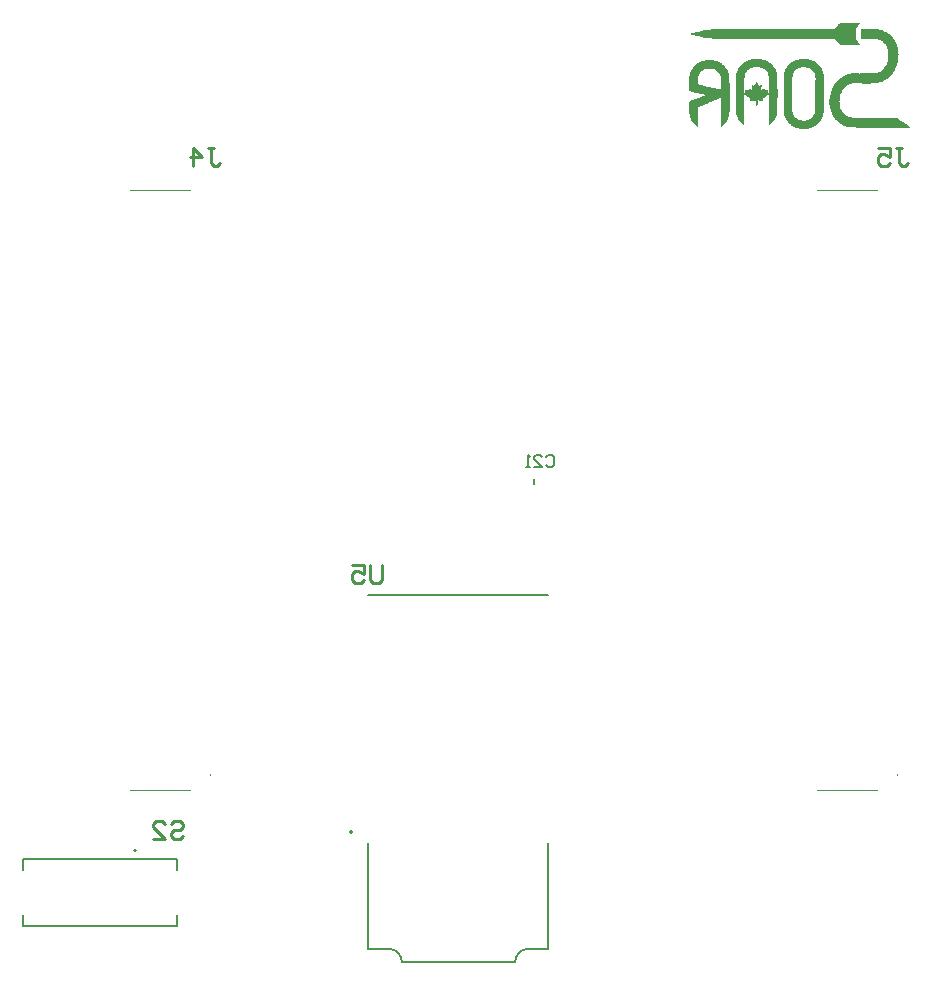
<source format=gbo>
G04*
G04 #@! TF.GenerationSoftware,Altium Limited,Altium Designer,23.11.1 (41)*
G04*
G04 Layer_Color=32896*
%FSLAX25Y25*%
%MOIN*%
G70*
G04*
G04 #@! TF.SameCoordinates,3206F265-2646-4181-9204-0E6D39A93BEF*
G04*
G04*
G04 #@! TF.FilePolarity,Positive*
G04*
G01*
G75*
%ADD10C,0.00787*%
%ADD12C,0.01000*%
%ADD13C,0.00591*%
%ADD14C,0.00394*%
%ADD15C,0.00500*%
%ADD16C,0.00800*%
G36*
X315411Y332085D02*
X315293D01*
Y331966D01*
X315175D01*
Y331730D01*
X315057D01*
Y331611D01*
X314938D01*
Y331493D01*
X314820D01*
Y331257D01*
X314702D01*
Y331138D01*
X314584D01*
Y331020D01*
X314465D01*
Y330784D01*
X314347D01*
Y330665D01*
X314229D01*
Y330547D01*
X314111D01*
Y330311D01*
X313992D01*
Y330192D01*
X314111D01*
Y326881D01*
X314229D01*
Y326644D01*
X314347D01*
Y326526D01*
X314465D01*
Y326289D01*
X314584D01*
Y326171D01*
X314702D01*
Y326053D01*
X314820D01*
Y325816D01*
X314938D01*
Y325698D01*
X315057D01*
Y325580D01*
X315175D01*
Y325343D01*
X315293D01*
Y325225D01*
X315411D01*
Y325107D01*
X308670D01*
Y325225D01*
X308434D01*
Y325462D01*
X308315D01*
Y325580D01*
X308197D01*
Y325698D01*
X308079D01*
Y325816D01*
X307961D01*
Y325935D01*
X307842D01*
Y326053D01*
X307724D01*
Y326171D01*
X307606D01*
Y326289D01*
X307488D01*
Y326408D01*
X307369D01*
Y326526D01*
X307251D01*
Y326644D01*
X307133D01*
Y326763D01*
X307014D01*
Y326881D01*
X306896D01*
Y326999D01*
X287973D01*
Y327117D01*
X274017D01*
Y326999D01*
X267631D01*
Y327117D01*
X265975D01*
Y327236D01*
X264792D01*
Y327354D01*
X263846D01*
Y327472D01*
X263137D01*
Y327590D01*
X262427D01*
Y327709D01*
X261954D01*
Y327827D01*
X261363D01*
Y327945D01*
X260889D01*
Y328064D01*
X260416D01*
Y328182D01*
X259943D01*
Y328300D01*
X259589D01*
Y328418D01*
X259234D01*
Y328537D01*
X258879D01*
Y328773D01*
X259234D01*
Y328891D01*
X259589D01*
Y329010D01*
X260062D01*
Y329128D01*
X260416D01*
Y329246D01*
X260889D01*
Y329364D01*
X261363D01*
Y329483D01*
X261954D01*
Y329601D01*
X262545D01*
Y329719D01*
X263137D01*
Y329837D01*
X263846D01*
Y329956D01*
X264792D01*
Y330074D01*
X265857D01*
Y330192D01*
X267394D01*
Y330311D01*
X306896D01*
Y330429D01*
X307014D01*
Y330547D01*
X307133D01*
Y330665D01*
X307251D01*
Y330784D01*
X307369D01*
Y330902D01*
X307488D01*
Y331020D01*
X307606D01*
Y331138D01*
X307724D01*
Y331257D01*
X307842D01*
Y331375D01*
X307961D01*
Y331493D01*
X308079D01*
Y331611D01*
X308197D01*
Y331848D01*
X308315D01*
Y331966D01*
X308552D01*
Y332085D01*
X308788D01*
Y332203D01*
X315411D01*
Y332085D01*
D02*
G37*
G36*
X321089Y330192D02*
X321798D01*
Y330074D01*
X322271D01*
Y329956D01*
X322626D01*
Y329837D01*
X322981D01*
Y329719D01*
X323336D01*
Y329601D01*
X323572D01*
Y329483D01*
X323809D01*
Y329364D01*
X324045D01*
Y329246D01*
X324282D01*
Y329128D01*
X324518D01*
Y329010D01*
X324637D01*
Y328891D01*
X324873D01*
Y328773D01*
X324991D01*
Y328655D01*
X325110D01*
Y328537D01*
X325346D01*
Y328418D01*
X325464D01*
Y328300D01*
X325583D01*
Y328182D01*
X325701D01*
Y328064D01*
X325819D01*
Y327945D01*
X325938D01*
Y327827D01*
X326056D01*
Y327709D01*
X326174D01*
Y327590D01*
X326292D01*
Y327472D01*
X326411D01*
Y327236D01*
X326529D01*
Y327117D01*
X326647D01*
Y326999D01*
X326765D01*
Y326763D01*
X326884D01*
Y326644D01*
X327002D01*
Y326408D01*
X327120D01*
Y326171D01*
X327238D01*
Y325935D01*
X327357D01*
Y325698D01*
X327475D01*
Y325462D01*
X327593D01*
Y325107D01*
X327712D01*
Y324870D01*
X327830D01*
Y324397D01*
X327948D01*
Y323924D01*
X328066D01*
Y323333D01*
X328185D01*
Y321914D01*
X328303D01*
Y321677D01*
X328185D01*
Y320258D01*
X328066D01*
Y319548D01*
X327948D01*
Y318957D01*
X327830D01*
Y318602D01*
X327712D01*
Y318247D01*
X327593D01*
Y317892D01*
X327475D01*
Y317537D01*
X327357D01*
Y317183D01*
X327238D01*
Y316946D01*
X327120D01*
Y316710D01*
X327002D01*
Y316473D01*
X326884D01*
Y316236D01*
X326765D01*
Y316118D01*
X326647D01*
Y315882D01*
X326529D01*
Y315645D01*
X326411D01*
Y315527D01*
X326292D01*
Y315409D01*
X326174D01*
Y315172D01*
X326056D01*
Y315054D01*
X325938D01*
Y314936D01*
X325819D01*
Y314817D01*
X325701D01*
Y314699D01*
X325583D01*
Y314581D01*
X325464D01*
Y314462D01*
X325346D01*
Y314344D01*
X325228D01*
Y314226D01*
X325110D01*
Y314108D01*
X324991D01*
Y313989D01*
X324873D01*
Y313871D01*
X324637D01*
Y313753D01*
X324518D01*
Y313635D01*
X324400D01*
Y313516D01*
X324164D01*
Y313398D01*
X323927D01*
Y313280D01*
X323809D01*
Y313161D01*
X323572D01*
Y313043D01*
X323217D01*
Y312925D01*
X322981D01*
Y312807D01*
X322626D01*
Y312688D01*
X322271D01*
Y312570D01*
X321798D01*
Y312452D01*
X321325D01*
Y312334D01*
X320497D01*
Y312215D01*
X319078D01*
Y312097D01*
X316121D01*
Y312215D01*
X312691D01*
Y312097D01*
X312336D01*
Y311979D01*
X311982D01*
Y311861D01*
X311745D01*
Y311742D01*
X311509D01*
Y311624D01*
X311272D01*
Y311506D01*
X311154D01*
Y311387D01*
X310917D01*
Y311269D01*
X310799D01*
Y311151D01*
X310681D01*
Y311033D01*
X310562D01*
Y310914D01*
X310444D01*
Y310796D01*
X310326D01*
Y310678D01*
X310208D01*
Y310560D01*
X310089D01*
Y310441D01*
X309971D01*
Y310323D01*
X309853D01*
Y310205D01*
X309735D01*
Y309968D01*
X309616D01*
Y309850D01*
X309498D01*
Y309613D01*
X309380D01*
Y309377D01*
X309261D01*
Y309140D01*
X309143D01*
Y308904D01*
X309025D01*
Y308549D01*
X308907D01*
Y308194D01*
X308788D01*
Y307603D01*
X308670D01*
Y306302D01*
X308552D01*
Y305947D01*
X308670D01*
Y304646D01*
X308788D01*
Y304173D01*
X308907D01*
Y303818D01*
X309025D01*
Y303464D01*
X309143D01*
Y303227D01*
X309261D01*
Y303109D01*
X309380D01*
Y302872D01*
X309498D01*
Y302754D01*
X309616D01*
Y302517D01*
X309735D01*
Y302399D01*
X309853D01*
Y302281D01*
X309971D01*
Y302163D01*
X310089D01*
Y302044D01*
X310208D01*
Y301926D01*
X310326D01*
Y301808D01*
X310562D01*
Y301689D01*
X310681D01*
Y301571D01*
X310917D01*
Y301453D01*
X311036D01*
Y301335D01*
X311272D01*
Y301216D01*
X311509D01*
Y301098D01*
X311863D01*
Y300980D01*
X312218D01*
Y300862D01*
X312810D01*
Y300743D01*
X327712D01*
Y300625D01*
X327948D01*
Y300507D01*
X328066D01*
Y300389D01*
X328185D01*
Y300270D01*
X328421D01*
Y300152D01*
X328539D01*
Y300034D01*
X328776D01*
Y299915D01*
X328894D01*
Y299797D01*
X329131D01*
Y299679D01*
X329249D01*
Y299561D01*
X329486D01*
Y299442D01*
X329604D01*
Y299324D01*
X329722D01*
Y299206D01*
X329959D01*
Y299088D01*
X330077D01*
Y298969D01*
X330313D01*
Y298851D01*
X330432D01*
Y298733D01*
X330668D01*
Y298614D01*
X330786D01*
Y298496D01*
X331023D01*
Y298378D01*
X331141D01*
Y298260D01*
X331378D01*
Y298141D01*
X331496D01*
Y298023D01*
X331614D01*
Y297905D01*
X331851D01*
Y297786D01*
X331969D01*
Y297668D01*
X332206D01*
Y297432D01*
X313992D01*
Y297550D01*
X311745D01*
Y297668D01*
X311154D01*
Y297786D01*
X310799D01*
Y297905D01*
X310444D01*
Y298023D01*
X310089D01*
Y298141D01*
X309853D01*
Y298260D01*
X309616D01*
Y298378D01*
X309380D01*
Y298496D01*
X309143D01*
Y298614D01*
X309025D01*
Y298733D01*
X308788D01*
Y298851D01*
X308670D01*
Y298969D01*
X308434D01*
Y299088D01*
X308315D01*
Y299206D01*
X308197D01*
Y299324D01*
X308079D01*
Y299442D01*
X307961D01*
Y299561D01*
X307842D01*
Y299679D01*
X307724D01*
Y299797D01*
X307606D01*
Y299915D01*
X307488D01*
Y300034D01*
X307369D01*
Y300152D01*
X307251D01*
Y300270D01*
X307133D01*
Y300507D01*
X307014D01*
Y300625D01*
X306896D01*
Y300743D01*
X306778D01*
Y300980D01*
X306660D01*
Y301098D01*
X306541D01*
Y301335D01*
X306423D01*
Y301571D01*
X306305D01*
Y301808D01*
X306187D01*
Y302044D01*
X306068D01*
Y302281D01*
X305950D01*
Y302517D01*
X305832D01*
Y302872D01*
X305714D01*
Y303227D01*
X305595D01*
Y303582D01*
X305477D01*
Y304055D01*
X305359D01*
Y304883D01*
X305240D01*
Y307012D01*
X305359D01*
Y307839D01*
X305477D01*
Y308431D01*
X305595D01*
Y308904D01*
X305714D01*
Y309377D01*
X305832D01*
Y309732D01*
X305950D01*
Y310086D01*
X306068D01*
Y310323D01*
X306187D01*
Y310678D01*
X306305D01*
Y310914D01*
X306423D01*
Y311151D01*
X306541D01*
Y311269D01*
X306660D01*
Y311506D01*
X306778D01*
Y311742D01*
X306896D01*
Y311861D01*
X307014D01*
Y312097D01*
X307133D01*
Y312215D01*
X307251D01*
Y312334D01*
X307369D01*
Y312452D01*
X307488D01*
Y312688D01*
X307606D01*
Y312807D01*
X307724D01*
Y312925D01*
X307842D01*
Y313043D01*
X307961D01*
Y313161D01*
X308079D01*
Y313280D01*
X308197D01*
Y313398D01*
X308315D01*
Y313516D01*
X308434D01*
Y313635D01*
X308552D01*
Y313753D01*
X308788D01*
Y313871D01*
X308907D01*
Y313989D01*
X309025D01*
Y314108D01*
X309261D01*
Y314226D01*
X309380D01*
Y314344D01*
X309616D01*
Y314462D01*
X309853D01*
Y314581D01*
X309971D01*
Y314699D01*
X310208D01*
Y314817D01*
X310444D01*
Y314936D01*
X310799D01*
Y315054D01*
X311036D01*
Y315172D01*
X311390D01*
Y315290D01*
X311863D01*
Y315409D01*
X312336D01*
Y315527D01*
X315057D01*
Y315409D01*
X315411D01*
Y315527D01*
X318250D01*
Y315645D01*
X319314D01*
Y315527D01*
X320615D01*
Y315645D01*
X321207D01*
Y315763D01*
X321562D01*
Y315882D01*
X321798D01*
Y316000D01*
X322035D01*
Y316118D01*
X322271D01*
Y316236D01*
X322389D01*
Y316355D01*
X322508D01*
Y316473D01*
X322744D01*
Y316591D01*
X322863D01*
Y316710D01*
X322981D01*
Y316828D01*
X323099D01*
Y316946D01*
X323217D01*
Y317064D01*
X323336D01*
Y317183D01*
X323454D01*
Y317301D01*
X323572D01*
Y317537D01*
X323690D01*
Y317656D01*
X323809D01*
Y317892D01*
X323927D01*
Y318011D01*
X324045D01*
Y318247D01*
X324164D01*
Y318484D01*
X324282D01*
Y318720D01*
X324400D01*
Y318957D01*
X324518D01*
Y319311D01*
X324637D01*
Y319666D01*
X324755D01*
Y320139D01*
X324873D01*
Y322860D01*
X324755D01*
Y323333D01*
X324637D01*
Y323806D01*
X324518D01*
Y324161D01*
X324400D01*
Y324397D01*
X324282D01*
Y324634D01*
X324164D01*
Y324870D01*
X324045D01*
Y325107D01*
X323927D01*
Y325225D01*
X323809D01*
Y325343D01*
X323690D01*
Y325462D01*
X323572D01*
Y325698D01*
X323454D01*
Y325816D01*
X323217D01*
Y325935D01*
X323099D01*
Y326053D01*
X322981D01*
Y326171D01*
X322744D01*
Y326289D01*
X322626D01*
Y326408D01*
X322389D01*
Y326526D01*
X322153D01*
Y326644D01*
X321798D01*
Y326763D01*
X321443D01*
Y326881D01*
X320852D01*
Y326999D01*
X316003D01*
Y327117D01*
X315885D01*
Y329719D01*
X315766D01*
Y330192D01*
X315885D01*
Y330311D01*
X321089D01*
Y330192D01*
D02*
G37*
G36*
X281941Y320258D02*
X282769D01*
Y320139D01*
X283242D01*
Y320021D01*
X283597D01*
Y319903D01*
X283952D01*
Y319785D01*
X284189D01*
Y319666D01*
X284425D01*
Y319548D01*
X284662D01*
Y319430D01*
X284898D01*
Y319311D01*
X285016D01*
Y319193D01*
X285253D01*
Y319075D01*
X285371D01*
Y318957D01*
X285608D01*
Y318839D01*
X285726D01*
Y318720D01*
X285844D01*
Y318602D01*
X285963D01*
Y318484D01*
X286081D01*
Y318365D01*
X286199D01*
Y318247D01*
X286317D01*
Y318129D01*
X286436D01*
Y318011D01*
X286554D01*
Y317774D01*
X286672D01*
Y317656D01*
X286790D01*
Y317419D01*
X286909D01*
Y317301D01*
X287027D01*
Y317064D01*
X287145D01*
Y316828D01*
X287263D01*
Y316591D01*
X287382D01*
Y316355D01*
X287500D01*
Y316000D01*
X287618D01*
Y315527D01*
X287737D01*
Y315054D01*
X287855D01*
Y310205D01*
X287973D01*
Y307248D01*
X287855D01*
Y302281D01*
X287737D01*
Y301689D01*
X287618D01*
Y301335D01*
X287500D01*
Y300980D01*
X287382D01*
Y300743D01*
X287263D01*
Y300507D01*
X287145D01*
Y300270D01*
X287027D01*
Y300034D01*
X286909D01*
Y299915D01*
X286790D01*
Y299797D01*
X286672D01*
Y299561D01*
X286554D01*
Y299442D01*
X286436D01*
Y299324D01*
X286317D01*
Y299206D01*
X286199D01*
Y299088D01*
X286081D01*
Y298969D01*
X285963D01*
Y298851D01*
X285844D01*
Y298733D01*
X285726D01*
Y298614D01*
X285608D01*
Y298496D01*
X285489D01*
Y298378D01*
X285371D01*
Y298260D01*
X285016D01*
Y308313D01*
X284780D01*
Y308194D01*
X284543D01*
Y308076D01*
X284425D01*
Y307958D01*
X284307D01*
Y307839D01*
X284070D01*
Y307721D01*
X283952D01*
Y307603D01*
X283715D01*
Y307485D01*
X283597D01*
Y307366D01*
X283361D01*
Y307248D01*
X283242D01*
Y307130D01*
X283124D01*
Y306539D01*
X283242D01*
Y306184D01*
X283124D01*
Y306302D01*
X282414D01*
Y306420D01*
X281705D01*
Y306539D01*
X281587D01*
Y306420D01*
X281350D01*
Y304883D01*
X281114D01*
Y304764D01*
X280877D01*
Y304883D01*
X280759D01*
Y305001D01*
X280640D01*
Y306065D01*
X280759D01*
Y306184D01*
X280640D01*
Y306420D01*
X280404D01*
Y306539D01*
X280286D01*
Y306420D01*
X279694D01*
Y306302D01*
X278748D01*
Y306539D01*
X278866D01*
Y307012D01*
X278748D01*
Y307248D01*
X278512D01*
Y307366D01*
X278393D01*
Y307485D01*
X278275D01*
Y307603D01*
X278039D01*
Y307721D01*
X277920D01*
Y307839D01*
X277684D01*
Y307958D01*
X277565D01*
Y308076D01*
X277329D01*
Y308194D01*
X277211D01*
Y308313D01*
X276974D01*
Y308194D01*
X276856D01*
Y298141D01*
X276737D01*
Y298260D01*
X276619D01*
Y298378D01*
X276383D01*
Y298496D01*
X276264D01*
Y298614D01*
X276146D01*
Y298733D01*
X276028D01*
Y298851D01*
X275910D01*
Y298969D01*
X275791D01*
Y299088D01*
X275673D01*
Y299206D01*
X275555D01*
Y299324D01*
X275436D01*
Y299561D01*
X275318D01*
Y299679D01*
X275200D01*
Y299797D01*
X275082D01*
Y300034D01*
X274963D01*
Y300152D01*
X274845D01*
Y300389D01*
X274727D01*
Y300625D01*
X274609D01*
Y300862D01*
X274490D01*
Y301216D01*
X274372D01*
Y301571D01*
X274254D01*
Y302044D01*
X274136D01*
Y303109D01*
X274017D01*
Y314226D01*
X274136D01*
Y315172D01*
X274254D01*
Y315645D01*
X274372D01*
Y316118D01*
X274490D01*
Y316473D01*
X274609D01*
Y316710D01*
X274727D01*
Y316946D01*
X274845D01*
Y317183D01*
X274963D01*
Y317301D01*
X275082D01*
Y317537D01*
X275200D01*
Y317656D01*
X275318D01*
Y317892D01*
X275436D01*
Y318011D01*
X275555D01*
Y318129D01*
X275673D01*
Y318247D01*
X275791D01*
Y318365D01*
X275910D01*
Y318484D01*
X276028D01*
Y318602D01*
X276146D01*
Y318720D01*
X276264D01*
Y318839D01*
X276383D01*
Y318957D01*
X276619D01*
Y319075D01*
X276737D01*
Y319193D01*
X276856D01*
Y319311D01*
X277092D01*
Y319430D01*
X277329D01*
Y319548D01*
X277565D01*
Y319666D01*
X277802D01*
Y319785D01*
X278039D01*
Y319903D01*
X278393D01*
Y320021D01*
X278748D01*
Y320139D01*
X279221D01*
Y320258D01*
X280167D01*
Y320376D01*
X281941D01*
Y320258D01*
D02*
G37*
G36*
X265620Y319903D02*
X266803D01*
Y319785D01*
X267276D01*
Y319666D01*
X267631D01*
Y319548D01*
X267986D01*
Y319430D01*
X268222D01*
Y319311D01*
X268459D01*
Y319193D01*
X268695D01*
Y319075D01*
X268932D01*
Y318957D01*
X269050D01*
Y318839D01*
X269286D01*
Y318720D01*
X269405D01*
Y318602D01*
X269523D01*
Y318484D01*
X269641D01*
Y318365D01*
X269878D01*
Y318247D01*
X269996D01*
Y318129D01*
X270114D01*
Y318011D01*
X270233D01*
Y317892D01*
X270351D01*
Y317774D01*
X270469D01*
Y317537D01*
X270587D01*
Y317419D01*
X270706D01*
Y317301D01*
X270824D01*
Y317064D01*
X270942D01*
Y316946D01*
X271061D01*
Y316710D01*
X271179D01*
Y316591D01*
X271297D01*
Y316355D01*
X271415D01*
Y316000D01*
X271534D01*
Y315763D01*
X271652D01*
Y315409D01*
X271770D01*
Y314817D01*
X271888D01*
Y312452D01*
X272007D01*
Y302636D01*
X271888D01*
Y301808D01*
X271770D01*
Y301216D01*
X271652D01*
Y300862D01*
X271534D01*
Y300507D01*
X271415D01*
Y300270D01*
X271297D01*
Y300034D01*
X271179D01*
Y299797D01*
X271061D01*
Y299561D01*
X270942D01*
Y299442D01*
X270824D01*
Y299206D01*
X270706D01*
Y299088D01*
X270587D01*
Y298969D01*
X270469D01*
Y298851D01*
X270351D01*
Y298733D01*
X270233D01*
Y298614D01*
X270114D01*
Y298496D01*
X269996D01*
Y298378D01*
X269878D01*
Y298260D01*
X269760D01*
Y298141D01*
X269641D01*
Y298023D01*
X269523D01*
Y297905D01*
X269405D01*
Y297786D01*
X269168D01*
Y297905D01*
X269050D01*
Y298141D01*
X269168D01*
Y307130D01*
X269050D01*
Y307366D01*
X268695D01*
Y307248D01*
X268459D01*
Y307130D01*
X268104D01*
Y307012D01*
X267867D01*
Y306893D01*
X267631D01*
Y306775D01*
X267394D01*
Y306657D01*
X267039D01*
Y306539D01*
X266803D01*
Y306420D01*
X266566D01*
Y306302D01*
X266212D01*
Y306184D01*
X265975D01*
Y306065D01*
X265739D01*
Y305947D01*
X265502D01*
Y305829D01*
X265147D01*
Y305711D01*
X264911D01*
Y305592D01*
X264674D01*
Y305474D01*
X264319D01*
Y305356D01*
X264083D01*
Y305238D01*
X263846D01*
Y305119D01*
X263491D01*
Y305001D01*
X263255D01*
Y304883D01*
X263018D01*
Y304764D01*
X262664D01*
Y304646D01*
X262427D01*
Y304528D01*
X262190D01*
Y304410D01*
X261836D01*
Y304291D01*
X261599D01*
Y304173D01*
X261481D01*
Y303937D01*
X261363D01*
Y299561D01*
Y299442D01*
Y297668D01*
X261244D01*
Y297786D01*
X261008D01*
Y297905D01*
X260889D01*
Y298023D01*
X260771D01*
Y298141D01*
X260653D01*
Y298260D01*
X260535D01*
Y298378D01*
X260298D01*
Y298496D01*
X260180D01*
Y298614D01*
X260062D01*
Y298851D01*
X259943D01*
Y298969D01*
X259825D01*
Y299088D01*
X259707D01*
Y299206D01*
X259589D01*
Y299442D01*
X259470D01*
Y299561D01*
X259352D01*
Y299797D01*
X259234D01*
Y300034D01*
X259115D01*
Y300270D01*
X258997D01*
Y300507D01*
X258879D01*
Y300862D01*
X258761D01*
Y301335D01*
X258642D01*
Y302044D01*
X258524D01*
Y306065D01*
X258642D01*
Y306302D01*
X258879D01*
Y306420D01*
X259115D01*
Y306539D01*
X259470D01*
Y306657D01*
X259825D01*
Y306775D01*
X260180D01*
Y306893D01*
X260535D01*
Y307012D01*
X260771D01*
Y307130D01*
X261126D01*
Y307248D01*
X261481D01*
Y307366D01*
X261836D01*
Y307485D01*
X262190D01*
Y307603D01*
X262427D01*
Y307721D01*
X262782D01*
Y307839D01*
X263137D01*
Y307958D01*
X263491D01*
Y308076D01*
X263846D01*
Y308194D01*
X264083D01*
Y308313D01*
X263964D01*
Y308431D01*
X263491D01*
Y308549D01*
X262900D01*
Y308667D01*
X262427D01*
Y308786D01*
X261836D01*
Y308904D01*
X261244D01*
Y309022D01*
X260771D01*
Y309140D01*
X260180D01*
Y309259D01*
X259589D01*
Y309377D01*
X258997D01*
Y309495D01*
X258761D01*
Y309613D01*
X258642D01*
Y309732D01*
X258524D01*
Y314699D01*
X258642D01*
Y315290D01*
X258761D01*
Y315645D01*
X258879D01*
Y316000D01*
X258997D01*
Y316236D01*
X259115D01*
Y316473D01*
X259234D01*
Y316710D01*
X259352D01*
Y316828D01*
X259470D01*
Y317064D01*
X259589D01*
Y317183D01*
X259707D01*
Y317419D01*
X259825D01*
Y317537D01*
X259943D01*
Y317656D01*
X260062D01*
Y317774D01*
X260180D01*
Y318011D01*
X260298D01*
Y318129D01*
X260416D01*
Y318247D01*
X260535D01*
Y318365D01*
X260771D01*
Y318484D01*
X260889D01*
Y318602D01*
X261008D01*
Y318720D01*
X261126D01*
Y318839D01*
X261363D01*
Y318957D01*
X261481D01*
Y319075D01*
X261717D01*
Y319193D01*
X261954D01*
Y319311D01*
X262190D01*
Y319430D01*
X262427D01*
Y319548D01*
X262782D01*
Y319666D01*
X263137D01*
Y319785D01*
X263728D01*
Y319903D01*
X264911D01*
Y320021D01*
X265620D01*
Y319903D01*
D02*
G37*
G36*
X297789Y320258D02*
X298499D01*
Y320139D01*
X298854D01*
Y320021D01*
X299209D01*
Y319903D01*
X299564D01*
Y319785D01*
X299800D01*
Y319666D01*
X300037D01*
Y319548D01*
X300273D01*
Y319430D01*
X300510D01*
Y319311D01*
X300628D01*
Y319193D01*
X300864D01*
Y319075D01*
X300983D01*
Y318957D01*
X301101D01*
Y318839D01*
X301219D01*
Y318720D01*
X301338D01*
Y318602D01*
X301456D01*
Y318484D01*
X301574D01*
Y318365D01*
X301692D01*
Y318247D01*
X301811D01*
Y318129D01*
X301929D01*
Y318011D01*
X302047D01*
Y317892D01*
X302165D01*
Y317656D01*
X302284D01*
Y317537D01*
X302402D01*
Y317301D01*
X302520D01*
Y317183D01*
X302639D01*
Y316946D01*
X302757D01*
Y316710D01*
X302875D01*
Y316473D01*
X302993D01*
Y316118D01*
X303112D01*
Y315763D01*
X303230D01*
Y315290D01*
X303348D01*
Y314344D01*
X303466D01*
Y313753D01*
X303348D01*
Y302163D01*
X303230D01*
Y301571D01*
X303112D01*
Y301216D01*
X302993D01*
Y300980D01*
X302875D01*
Y300625D01*
X302757D01*
Y300389D01*
X302639D01*
Y300270D01*
X302520D01*
Y300034D01*
X302402D01*
Y299797D01*
X302284D01*
Y299679D01*
X302165D01*
Y299561D01*
X302047D01*
Y299324D01*
X301929D01*
Y299206D01*
X301811D01*
Y299088D01*
X301692D01*
Y298969D01*
X301574D01*
Y298851D01*
X301456D01*
Y298733D01*
X301338D01*
Y298614D01*
X301219D01*
Y298496D01*
X301101D01*
Y298378D01*
X300864D01*
Y298260D01*
X300746D01*
Y298141D01*
X300628D01*
Y298023D01*
X300391D01*
Y297905D01*
X300155D01*
Y297786D01*
X300037D01*
Y297668D01*
X299800D01*
Y297550D01*
X299445D01*
Y297432D01*
X299209D01*
Y297313D01*
X298854D01*
Y297195D01*
X298263D01*
Y297077D01*
X297435D01*
Y296959D01*
X295779D01*
Y297077D01*
X294951D01*
Y297195D01*
X294478D01*
Y297313D01*
X294123D01*
Y297432D01*
X293886D01*
Y297550D01*
X293650D01*
Y297668D01*
X293413D01*
Y297786D01*
X293177D01*
Y297905D01*
X292940D01*
Y298023D01*
X292822D01*
Y298141D01*
X292586D01*
Y298260D01*
X292467D01*
Y298378D01*
X292349D01*
Y298496D01*
X292112D01*
Y298614D01*
X291994D01*
Y298733D01*
X291876D01*
Y298851D01*
X291758D01*
Y298969D01*
X291639D01*
Y299088D01*
X291521D01*
Y299206D01*
X291403D01*
Y299442D01*
X291285D01*
Y299561D01*
X291166D01*
Y299679D01*
X291048D01*
Y299915D01*
X290930D01*
Y300034D01*
X290811D01*
Y300270D01*
X290693D01*
Y300507D01*
X290575D01*
Y300743D01*
X290457D01*
Y300980D01*
X290338D01*
Y301335D01*
X290220D01*
Y301689D01*
X290102D01*
Y302163D01*
X289984D01*
Y315054D01*
X290102D01*
Y315645D01*
X290220D01*
Y316000D01*
X290338D01*
Y316355D01*
X290457D01*
Y316591D01*
X290575D01*
Y316946D01*
X290693D01*
Y317064D01*
X290811D01*
Y317301D01*
X290930D01*
Y317537D01*
X291048D01*
Y317656D01*
X291166D01*
Y317892D01*
X291285D01*
Y318011D01*
X291403D01*
Y318129D01*
X291521D01*
Y318247D01*
X291639D01*
Y318365D01*
X291758D01*
Y318484D01*
X291876D01*
Y318602D01*
X291994D01*
Y318720D01*
X292112D01*
Y318839D01*
X292231D01*
Y318957D01*
X292349D01*
Y319075D01*
X292586D01*
Y319193D01*
X292704D01*
Y319311D01*
X292940D01*
Y319430D01*
X293059D01*
Y319548D01*
X293295D01*
Y319666D01*
X293532D01*
Y319785D01*
X293886D01*
Y319903D01*
X294123D01*
Y320021D01*
X294478D01*
Y320139D01*
X294951D01*
Y320258D01*
X295542D01*
Y320376D01*
X297789D01*
Y320258D01*
D02*
G37*
%LPC*%
G36*
X282060Y317537D02*
X279813D01*
Y317419D01*
X279339D01*
Y317301D01*
X278985D01*
Y317183D01*
X278748D01*
Y317064D01*
X278630D01*
Y316946D01*
X278393D01*
Y316828D01*
X278275D01*
Y316710D01*
X278157D01*
Y316591D01*
X277920D01*
Y316473D01*
X277802D01*
Y316236D01*
X277684D01*
Y316118D01*
X277565D01*
Y316000D01*
X277447D01*
Y315763D01*
X277329D01*
Y315527D01*
X277211D01*
Y315290D01*
X277092D01*
Y314936D01*
X276974D01*
Y314226D01*
Y314108D01*
X276856D01*
Y309140D01*
X276974D01*
Y308786D01*
X277092D01*
Y308904D01*
X277211D01*
Y309613D01*
X277092D01*
Y310205D01*
X277211D01*
Y310086D01*
X277802D01*
Y309968D01*
X278039D01*
Y310086D01*
X278393D01*
Y310205D01*
X278512D01*
Y310441D01*
X278748D01*
Y310323D01*
X278866D01*
Y310205D01*
X279103D01*
Y310086D01*
X279221D01*
Y309968D01*
X279339D01*
Y309850D01*
X279576D01*
Y309968D01*
X279694D01*
Y310086D01*
X279576D01*
Y310560D01*
X279458D01*
Y311269D01*
X279339D01*
Y311742D01*
X279458D01*
Y311624D01*
X279694D01*
Y311506D01*
X279813D01*
Y311387D01*
X280167D01*
Y311506D01*
X280286D01*
Y311624D01*
X280404D01*
Y311742D01*
X280522D01*
Y311979D01*
X280640D01*
Y312215D01*
X280759D01*
Y312334D01*
X280877D01*
Y312570D01*
X281114D01*
Y312452D01*
X281232D01*
Y312334D01*
X281350D01*
Y312097D01*
X281468D01*
Y311861D01*
X281587D01*
Y311624D01*
X281705D01*
Y311506D01*
X281823D01*
Y311387D01*
X282178D01*
Y311506D01*
X282296D01*
Y311624D01*
X282533D01*
Y311742D01*
X282769D01*
Y311624D01*
X282651D01*
Y310914D01*
X282533D01*
Y310205D01*
X282414D01*
Y309850D01*
X282651D01*
Y309968D01*
X282769D01*
Y310086D01*
X282888D01*
Y310205D01*
X283006D01*
Y310323D01*
X283124D01*
Y310441D01*
X283479D01*
Y310205D01*
X283597D01*
Y310086D01*
X283715D01*
Y309968D01*
X284189D01*
Y310086D01*
X284898D01*
Y309968D01*
X284780D01*
Y309377D01*
X284662D01*
Y308904D01*
X285016D01*
Y311151D01*
X285135D01*
Y313280D01*
X285016D01*
Y314817D01*
X284898D01*
Y315290D01*
X284780D01*
Y315645D01*
X284662D01*
Y315882D01*
X284543D01*
Y316000D01*
X284425D01*
Y316118D01*
X284307D01*
Y316355D01*
X284189D01*
Y316473D01*
X284070D01*
Y316591D01*
X283952D01*
Y316710D01*
X283715D01*
Y316828D01*
X283597D01*
Y316946D01*
X283361D01*
Y317064D01*
X283124D01*
Y317183D01*
X282888D01*
Y317301D01*
X282533D01*
Y317419D01*
X282060D01*
Y317537D01*
D02*
G37*
G36*
X266212Y317064D02*
X264201D01*
Y316946D01*
X263728D01*
Y316828D01*
X263373D01*
Y316710D01*
X263137D01*
Y316591D01*
X263018D01*
Y316473D01*
X262782D01*
Y316355D01*
X262664D01*
Y316236D01*
X262545D01*
Y316118D01*
X262427D01*
Y316000D01*
X262309D01*
Y315882D01*
X262190D01*
Y315763D01*
X262072D01*
Y315645D01*
X261954D01*
Y315409D01*
X261836D01*
Y315290D01*
X261717D01*
Y314936D01*
X261599D01*
Y314699D01*
X261481D01*
Y314462D01*
Y314344D01*
Y314226D01*
X261363D01*
Y311979D01*
X261481D01*
Y311861D01*
X261599D01*
Y311742D01*
X261954D01*
Y311624D01*
X262545D01*
Y311506D01*
X263137D01*
Y311387D01*
X263728D01*
Y311269D01*
X264201D01*
Y311151D01*
X264792D01*
Y311033D01*
X265265D01*
Y310914D01*
X265857D01*
Y310796D01*
X266330D01*
Y310678D01*
X266921D01*
Y310560D01*
X267512D01*
Y310441D01*
X267986D01*
Y310323D01*
X268577D01*
Y310205D01*
X268932D01*
Y310323D01*
X269050D01*
Y310441D01*
X269168D01*
Y310914D01*
X269050D01*
Y311624D01*
X269168D01*
Y313161D01*
X269050D01*
Y314226D01*
X268932D01*
Y314699D01*
X268813D01*
Y315054D01*
X268695D01*
Y315290D01*
X268577D01*
Y315409D01*
X268459D01*
Y315645D01*
X268340D01*
Y315763D01*
X268222D01*
Y315882D01*
X268104D01*
Y316000D01*
X267986D01*
Y316118D01*
X267867D01*
Y316236D01*
X267749D01*
Y316355D01*
X267631D01*
Y316473D01*
X267394D01*
Y316591D01*
X267276D01*
Y316710D01*
X267039D01*
Y316828D01*
X266685D01*
Y316946D01*
X266212D01*
Y317064D01*
D02*
G37*
G36*
X297553Y317537D02*
X295897D01*
Y317419D01*
X295424D01*
Y317301D01*
X295069D01*
Y317183D01*
X294714D01*
Y317064D01*
X294596D01*
Y316946D01*
X294360D01*
Y316828D01*
X294241D01*
Y316710D01*
X294005D01*
Y316591D01*
X293886D01*
Y316473D01*
X293768D01*
Y316355D01*
X293650D01*
Y316236D01*
X293532D01*
Y316000D01*
X293413D01*
Y315882D01*
X293295D01*
Y315645D01*
X293177D01*
Y315409D01*
X293059D01*
Y314936D01*
X292940D01*
Y314226D01*
X292822D01*
Y309495D01*
Y309377D01*
Y306065D01*
X292704D01*
Y303227D01*
X292822D01*
Y302517D01*
X292940D01*
Y302044D01*
X293059D01*
Y301808D01*
X293177D01*
Y301571D01*
X293295D01*
Y301335D01*
X293413D01*
Y301216D01*
X293532D01*
Y301098D01*
X293650D01*
Y300862D01*
X293768D01*
Y300743D01*
X294005D01*
Y300625D01*
X294123D01*
Y300507D01*
X294360D01*
Y300389D01*
X294478D01*
Y300270D01*
X294714D01*
Y300152D01*
X295069D01*
Y300034D01*
X295542D01*
Y299915D01*
X296134D01*
Y299797D01*
X297316D01*
Y299915D01*
X297908D01*
Y300034D01*
X298263D01*
Y300152D01*
X298499D01*
Y300270D01*
X298736D01*
Y300389D01*
X298972D01*
Y300507D01*
X299090D01*
Y300625D01*
X299209D01*
Y300743D01*
X299445D01*
Y300862D01*
X299564D01*
Y301098D01*
X299682D01*
Y301216D01*
X299800D01*
Y301335D01*
X299918D01*
Y301571D01*
X300037D01*
Y301808D01*
X300155D01*
Y302044D01*
X300273D01*
Y302399D01*
X300391D01*
Y302872D01*
X300510D01*
Y313398D01*
X300628D01*
Y313989D01*
X300510D01*
Y314817D01*
X300391D01*
Y315172D01*
X300273D01*
Y315527D01*
X300155D01*
Y315763D01*
X300037D01*
Y316000D01*
X299918D01*
Y316118D01*
X299800D01*
Y316236D01*
X299682D01*
Y316355D01*
X299564D01*
Y316473D01*
X299445D01*
Y316591D01*
X299327D01*
Y316710D01*
X299209D01*
Y316828D01*
X299090D01*
Y316946D01*
X298854D01*
Y317064D01*
X298617D01*
Y317183D01*
X298381D01*
Y317301D01*
X298026D01*
Y317419D01*
X297553D01*
Y317537D01*
D02*
G37*
%LPD*%
D10*
X98987Y81603D02*
G03*
X98987Y81603I-197J0D01*
G01*
X328028D02*
G03*
X328028Y81603I-197J0D01*
G01*
X146148Y62676D02*
G03*
X146148Y62676I-394J0D01*
G01*
X74205Y56500D02*
G03*
X74205Y56500I-394J0D01*
G01*
D12*
X85801Y65298D02*
X86801Y66298D01*
X88800D01*
X89800Y65298D01*
Y64299D01*
X88800Y63299D01*
X86801D01*
X85801Y62299D01*
Y61300D01*
X86801Y60300D01*
X88800D01*
X89800Y61300D01*
X79803Y60300D02*
X83802D01*
X79803Y64299D01*
Y65298D01*
X80803Y66298D01*
X82802D01*
X83802Y65298D01*
X156000Y151798D02*
Y146800D01*
X155000Y145800D01*
X153001D01*
X152001Y146800D01*
Y151798D01*
X146003D02*
X150002D01*
Y148799D01*
X148003Y149799D01*
X147003D01*
X146003Y148799D01*
Y146800D01*
X147003Y145800D01*
X149002D01*
X150002Y146800D01*
X327301Y290598D02*
X329301D01*
X328301D01*
Y285600D01*
X329301Y284600D01*
X330300D01*
X331300Y285600D01*
X321303Y290598D02*
X325302D01*
Y287599D01*
X323303Y288599D01*
X322303D01*
X321303Y287599D01*
Y285600D01*
X322303Y284600D01*
X324302D01*
X325302Y285600D01*
X98201Y290598D02*
X100201D01*
X99201D01*
Y285600D01*
X100201Y284600D01*
X101200D01*
X102200Y285600D01*
X93203Y284600D02*
Y290598D01*
X96202Y287599D01*
X92203D01*
D13*
X206772Y178713D02*
Y180287D01*
D14*
X71959Y276800D02*
X91959D01*
X71959Y76800D02*
X91959D01*
X301000Y76800D02*
X321000D01*
X301000Y276800D02*
X321000D01*
D15*
X162681Y19400D02*
G03*
X158381Y23700I-4300J0D01*
G01*
X204781D02*
G03*
X200481Y19400I0J-4300D01*
G01*
X211581Y23700D02*
Y59113D01*
X162681Y19400D02*
X200481D01*
X204781Y23700D02*
X211581D01*
X151581D02*
X158381D01*
X151581D02*
Y59113D01*
Y141700D02*
X211581D01*
X36409Y50059D02*
Y53524D01*
Y31476D02*
Y34941D01*
X87591Y50059D02*
Y53524D01*
Y31476D02*
Y34941D01*
X36409Y53524D02*
X87591D01*
X36409Y31476D02*
X50386D01*
X73614D01*
X87591D01*
D16*
X210634Y187532D02*
X211301Y188199D01*
X212634D01*
X213300Y187532D01*
Y184866D01*
X212634Y184200D01*
X211301D01*
X210634Y184866D01*
X206635Y184200D02*
X209301D01*
X206635Y186866D01*
Y187532D01*
X207302Y188199D01*
X208635D01*
X209301Y187532D01*
X205303Y184200D02*
X203970D01*
X204636D01*
Y188199D01*
X205303Y187532D01*
M02*

</source>
